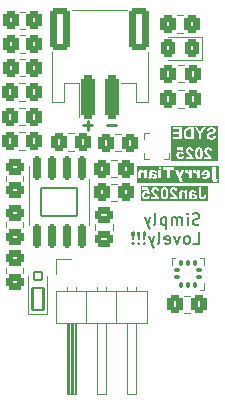
<source format=gbr>
%TF.GenerationSoftware,KiCad,Pcbnew,8.0.4*%
%TF.CreationDate,2025-01-29T23:36:48-05:00*%
%TF.ProjectId,Raidillon,52616964-696c-46c6-9f6e-2e6b69636164,rev?*%
%TF.SameCoordinates,Original*%
%TF.FileFunction,Legend,Bot*%
%TF.FilePolarity,Positive*%
%FSLAX46Y46*%
G04 Gerber Fmt 4.6, Leading zero omitted, Abs format (unit mm)*
G04 Created by KiCad (PCBNEW 8.0.4) date 2025-01-29 23:36:48*
%MOMM*%
%LPD*%
G01*
G04 APERTURE LIST*
G04 Aperture macros list*
%AMRoundRect*
0 Rectangle with rounded corners*
0 $1 Rounding radius*
0 $2 $3 $4 $5 $6 $7 $8 $9 X,Y pos of 4 corners*
0 Add a 4 corners polygon primitive as box body*
4,1,4,$2,$3,$4,$5,$6,$7,$8,$9,$2,$3,0*
0 Add four circle primitives for the rounded corners*
1,1,$1+$1,$2,$3*
1,1,$1+$1,$4,$5*
1,1,$1+$1,$6,$7*
1,1,$1+$1,$8,$9*
0 Add four rect primitives between the rounded corners*
20,1,$1+$1,$2,$3,$4,$5,0*
20,1,$1+$1,$4,$5,$6,$7,0*
20,1,$1+$1,$6,$7,$8,$9,0*
20,1,$1+$1,$8,$9,$2,$3,0*%
G04 Aperture macros list end*
%ADD10C,0.200000*%
%ADD11C,0.250000*%
%ADD12C,0.120000*%
%ADD13RoundRect,0.270833X-0.379167X-0.479167X0.379167X-0.479167X0.379167X0.479167X-0.379167X0.479167X0*%
%ADD14RoundRect,0.271277X-0.366223X-0.503723X0.366223X-0.503723X0.366223X0.503723X-0.366223X0.503723X0*%
%ADD15RoundRect,0.120000X0.480000X-0.930000X0.480000X0.930000X-0.480000X0.930000X-0.480000X-0.930000X0*%
%ADD16RoundRect,0.090000X0.360000X-0.360000X0.360000X0.360000X-0.360000X0.360000X-0.360000X-0.360000X0*%
%ADD17RoundRect,0.271277X0.366223X0.503723X-0.366223X0.503723X-0.366223X-0.503723X0.366223X-0.503723X0*%
%ADD18RoundRect,0.270833X0.379167X0.479167X-0.379167X0.479167X-0.379167X-0.479167X0.379167X-0.479167X0*%
%ADD19RoundRect,0.271277X0.503723X-0.366223X0.503723X0.366223X-0.503723X0.366223X-0.503723X-0.366223X0*%
%ADD20RoundRect,0.271739X0.353261X0.478261X-0.353261X0.478261X-0.353261X-0.478261X0.353261X-0.478261X0*%
%ADD21RoundRect,0.270833X0.479167X-0.379167X0.479167X0.379167X-0.479167X0.379167X-0.479167X-0.379167X0*%
%ADD22RoundRect,0.270833X-0.479167X0.379167X-0.479167X-0.379167X0.479167X-0.379167X0.479167X0.379167X0*%
%ADD23R,1.700000X1.700000*%
%ADD24O,1.700000X1.700000*%
%ADD25RoundRect,0.300000X-0.300000X-1.550000X0.300000X-1.550000X0.300000X1.550000X-0.300000X1.550000X0*%
%ADD26RoundRect,0.283334X-0.566666X-1.516666X0.566666X-1.516666X0.566666X1.516666X-0.566666X1.516666X0*%
%ADD27RoundRect,0.100000X-0.175000X-0.100000X0.175000X-0.100000X0.175000X0.100000X-0.175000X0.100000X0*%
%ADD28RoundRect,0.100000X-0.100000X-0.175000X0.100000X-0.175000X0.100000X0.175000X-0.100000X0.175000X0*%
%ADD29R,0.375000X0.350000*%
%ADD30R,0.350000X0.375000*%
%ADD31RoundRect,0.185000X-0.185000X0.860000X-0.185000X-0.860000X0.185000X-0.860000X0.185000X0.860000X0*%
%ADD32RoundRect,0.070000X-1.550000X1.205000X-1.550000X-1.205000X1.550000X-1.205000X1.550000X1.205000X0*%
G04 APERTURE END LIST*
D10*
G36*
X114868983Y-114470293D02*
G01*
X114914673Y-114491503D01*
X114951744Y-114512798D01*
X114984330Y-114549403D01*
X114992044Y-114586315D01*
X114976523Y-114632717D01*
X114971772Y-114637362D01*
X114924877Y-114654947D01*
X114876121Y-114641653D01*
X114874563Y-114640781D01*
X114833038Y-114613656D01*
X114823272Y-114606343D01*
X114823272Y-114451737D01*
X114868983Y-114470293D01*
G37*
G36*
X119410839Y-114225539D02*
G01*
X119453847Y-114252769D01*
X119461200Y-114260495D01*
X119487246Y-114303418D01*
X119498371Y-114352400D01*
X119499302Y-114373579D01*
X119232100Y-114373579D01*
X119236805Y-114324143D01*
X119254190Y-114276712D01*
X119265561Y-114259762D01*
X119306106Y-114227889D01*
X119357425Y-114217305D01*
X119361304Y-114217264D01*
X119410839Y-114225539D01*
G37*
G36*
X120493351Y-115203741D02*
G01*
X113537598Y-115203741D01*
X113537598Y-114365031D01*
X113648709Y-114365031D01*
X113648709Y-114780000D01*
X113896127Y-114780000D01*
X113896127Y-114395073D01*
X113900313Y-114343216D01*
X113914005Y-114295238D01*
X113915177Y-114292491D01*
X113950554Y-114256942D01*
X113997732Y-114248527D01*
X114046607Y-114258156D01*
X114050976Y-114260251D01*
X114091104Y-114288910D01*
X114092254Y-114290048D01*
X114122784Y-114324975D01*
X114148185Y-114360635D01*
X114148185Y-114780000D01*
X114395603Y-114780000D01*
X114395603Y-114610983D01*
X114479134Y-114610983D01*
X114479134Y-114745561D01*
X114525036Y-114763540D01*
X114573716Y-114779965D01*
X114579518Y-114781709D01*
X114630076Y-114792151D01*
X114681928Y-114795577D01*
X114689916Y-114795631D01*
X114739057Y-114790640D01*
X114775157Y-114772916D01*
X114803367Y-114732983D01*
X114809351Y-114717229D01*
X114848660Y-114746656D01*
X114891940Y-114770824D01*
X114898011Y-114773649D01*
X114946383Y-114788676D01*
X114997148Y-114794858D01*
X115025750Y-114795631D01*
X115074705Y-114792428D01*
X115123706Y-114780381D01*
X115124521Y-114780000D01*
X115362316Y-114780000D01*
X115610223Y-114780000D01*
X115610223Y-114076580D01*
X115362316Y-114076580D01*
X115362316Y-114780000D01*
X115124521Y-114780000D01*
X115149092Y-114768520D01*
X115189026Y-114737929D01*
X115215038Y-114700376D01*
X115230245Y-114653364D01*
X115233845Y-114615624D01*
X115228483Y-114565792D01*
X115208974Y-114517610D01*
X115201360Y-114506448D01*
X115165794Y-114469407D01*
X115123786Y-114441130D01*
X115113677Y-114435861D01*
X115067447Y-114415036D01*
X115021260Y-114397209D01*
X114973737Y-114380798D01*
X114968108Y-114378953D01*
X114920452Y-114363321D01*
X114890195Y-114353307D01*
X114850872Y-114339630D01*
X114823272Y-114326929D01*
X114829841Y-114276259D01*
X114844033Y-114246573D01*
X114888474Y-114221386D01*
X114933182Y-114217264D01*
X114982717Y-114220746D01*
X115034561Y-114232621D01*
X115083635Y-114252923D01*
X115129938Y-114279892D01*
X115169628Y-114308667D01*
X115207027Y-114341497D01*
X115210642Y-114345003D01*
X115210642Y-114155715D01*
X115169014Y-114129368D01*
X115124489Y-114107603D01*
X115111235Y-114102226D01*
X115063330Y-114086070D01*
X115013648Y-114073935D01*
X114999127Y-114071207D01*
X114947769Y-114064194D01*
X114895851Y-114061109D01*
X114880914Y-114060949D01*
X115734054Y-114060949D01*
X116083077Y-114060949D01*
X116083077Y-114780000D01*
X116369330Y-114780000D01*
X116369330Y-114076580D01*
X116753768Y-114076580D01*
X117229064Y-115092630D01*
X117479169Y-115092630D01*
X117286950Y-114683768D01*
X117547425Y-114112240D01*
X117578087Y-114112240D01*
X117669434Y-114364542D01*
X117708367Y-114334089D01*
X117754751Y-114314396D01*
X117783496Y-114311053D01*
X117832222Y-114319968D01*
X117873866Y-114346713D01*
X117904340Y-114385444D01*
X117927123Y-114428788D01*
X117947138Y-114477871D01*
X117947138Y-114780000D01*
X118194312Y-114780000D01*
X118194312Y-114112240D01*
X118267829Y-114112240D01*
X118359176Y-114364542D01*
X118398109Y-114334089D01*
X118444493Y-114314396D01*
X118473237Y-114311053D01*
X118521964Y-114319968D01*
X118563607Y-114346713D01*
X118594081Y-114385444D01*
X118616865Y-114428788D01*
X118636880Y-114477871D01*
X118636880Y-114780000D01*
X118884054Y-114780000D01*
X118884054Y-114447341D01*
X118999825Y-114447341D01*
X118999825Y-114498632D01*
X119492463Y-114498632D01*
X119473862Y-114545289D01*
X119441474Y-114584448D01*
X119421877Y-114599993D01*
X119377432Y-114623955D01*
X119328729Y-114636858D01*
X119293893Y-114639316D01*
X119237932Y-114636067D01*
X119187975Y-114628110D01*
X119136181Y-114615378D01*
X119082548Y-114597873D01*
X119036451Y-114579638D01*
X119017655Y-114571416D01*
X119017655Y-114721870D01*
X119065539Y-114743845D01*
X119112039Y-114761116D01*
X119149302Y-114772916D01*
X119201666Y-114784895D01*
X119255850Y-114791882D01*
X119309625Y-114795076D01*
X119345917Y-114795631D01*
X119400609Y-114793294D01*
X119451631Y-114786281D01*
X119505449Y-114772542D01*
X119554473Y-114752698D01*
X119565980Y-114746782D01*
X119608432Y-114720191D01*
X119649367Y-114685093D01*
X119673391Y-114656168D01*
X119913782Y-114656168D01*
X119914752Y-114709590D01*
X119917662Y-114759365D01*
X119923364Y-114811785D01*
X119932807Y-114865066D01*
X119934054Y-114870614D01*
X119949456Y-114917911D01*
X119975951Y-114965071D01*
X120008239Y-115002661D01*
X120025157Y-115017892D01*
X120070466Y-115046464D01*
X120119922Y-115064011D01*
X120170283Y-115073305D01*
X120227259Y-115076941D01*
X120235938Y-115076999D01*
X120287473Y-115074617D01*
X120339009Y-115067473D01*
X120382240Y-114842526D01*
X120333025Y-114840205D01*
X120293824Y-114836175D01*
X120246568Y-114820572D01*
X120238136Y-114814682D01*
X120210908Y-114773440D01*
X120207850Y-114762903D01*
X120202721Y-114710024D01*
X120201339Y-114657847D01*
X120201011Y-114606099D01*
X120201011Y-113826475D01*
X119913782Y-113826475D01*
X119913782Y-114656168D01*
X119673391Y-114656168D01*
X119683076Y-114644508D01*
X119701535Y-114614403D01*
X119723259Y-114565639D01*
X119737873Y-114513321D01*
X119744895Y-114463831D01*
X119746475Y-114424870D01*
X119743667Y-114373976D01*
X119735240Y-114325830D01*
X119719046Y-114274950D01*
X119701535Y-114237780D01*
X119672643Y-114194046D01*
X119636525Y-114155992D01*
X119593182Y-114123619D01*
X119565980Y-114108087D01*
X119518154Y-114087464D01*
X119465535Y-114072733D01*
X119415561Y-114064677D01*
X119361918Y-114061133D01*
X119345917Y-114060949D01*
X119293343Y-114064669D01*
X119241866Y-114075832D01*
X119191486Y-114094437D01*
X119181542Y-114099050D01*
X119139132Y-114124327D01*
X119101205Y-114157294D01*
X119067760Y-114197949D01*
X119051116Y-114223859D01*
X119028676Y-114270249D01*
X119012648Y-114322960D01*
X119003999Y-114373579D01*
X119003882Y-114374266D01*
X119000025Y-114430411D01*
X118999825Y-114447341D01*
X118884054Y-114447341D01*
X118884054Y-114076580D01*
X118636880Y-114076580D01*
X118636880Y-114246329D01*
X118614280Y-114198816D01*
X118584753Y-114156107D01*
X118554326Y-114121765D01*
X118515381Y-114089694D01*
X118467913Y-114068135D01*
X118415596Y-114060949D01*
X118365192Y-114066418D01*
X118342568Y-114073649D01*
X118296275Y-114095999D01*
X118267829Y-114112240D01*
X118194312Y-114112240D01*
X118194312Y-114076580D01*
X117947138Y-114076580D01*
X117947138Y-114246329D01*
X117924538Y-114198816D01*
X117895011Y-114156107D01*
X117864584Y-114121765D01*
X117825639Y-114089694D01*
X117778171Y-114068135D01*
X117725854Y-114060949D01*
X117675450Y-114066418D01*
X117652826Y-114073649D01*
X117606534Y-114095999D01*
X117578087Y-114112240D01*
X117547425Y-114112240D01*
X117563677Y-114076580D01*
X117297941Y-114076580D01*
X117155547Y-114420474D01*
X116994103Y-114076580D01*
X116753768Y-114076580D01*
X116369330Y-114076580D01*
X116369330Y-114060949D01*
X116718353Y-114060949D01*
X116718353Y-113826475D01*
X115734054Y-113826475D01*
X115734054Y-114060949D01*
X114880914Y-114060949D01*
X114826597Y-114063027D01*
X114777587Y-114069260D01*
X114727116Y-114081786D01*
X114678279Y-114103027D01*
X114652547Y-114120055D01*
X114615474Y-114156819D01*
X114590534Y-114200615D01*
X114577727Y-114251444D01*
X114575854Y-114282721D01*
X114575854Y-114554319D01*
X114571178Y-114604129D01*
X114570497Y-114606343D01*
X114568771Y-114611960D01*
X114542149Y-114631011D01*
X114493480Y-114617790D01*
X114479134Y-114610983D01*
X114395603Y-114610983D01*
X114395603Y-114076580D01*
X114148185Y-114076580D01*
X114148185Y-114171591D01*
X114111677Y-114136853D01*
X114071464Y-114106906D01*
X114031193Y-114085617D01*
X113981190Y-114069645D01*
X113931170Y-114062129D01*
X113900279Y-114060949D01*
X113841317Y-114065700D01*
X113790217Y-114079954D01*
X113746978Y-114103710D01*
X113703985Y-114146769D01*
X113678435Y-114191906D01*
X113660747Y-114246546D01*
X113650920Y-114310688D01*
X113648709Y-114365031D01*
X113537598Y-114365031D01*
X113537598Y-113912693D01*
X115382100Y-113912693D01*
X115394217Y-113960549D01*
X115413119Y-113984501D01*
X115456167Y-114009898D01*
X115486392Y-114014054D01*
X115534659Y-114003021D01*
X115539148Y-114000621D01*
X115574768Y-113967061D01*
X115576517Y-113964228D01*
X115590141Y-113916215D01*
X115590195Y-113912693D01*
X115577257Y-113863140D01*
X115560153Y-113841130D01*
X115517143Y-113815103D01*
X115486392Y-113810844D01*
X115437848Y-113822674D01*
X115413119Y-113841130D01*
X115386462Y-113883166D01*
X115382100Y-113912693D01*
X113537598Y-113912693D01*
X113537598Y-113699733D01*
X120493351Y-113699733D01*
X120493351Y-115203741D01*
G37*
X118827945Y-118659656D02*
X118685088Y-118707275D01*
X118685088Y-118707275D02*
X118446993Y-118707275D01*
X118446993Y-118707275D02*
X118351755Y-118659656D01*
X118351755Y-118659656D02*
X118304136Y-118612036D01*
X118304136Y-118612036D02*
X118256517Y-118516798D01*
X118256517Y-118516798D02*
X118256517Y-118421560D01*
X118256517Y-118421560D02*
X118304136Y-118326322D01*
X118304136Y-118326322D02*
X118351755Y-118278703D01*
X118351755Y-118278703D02*
X118446993Y-118231084D01*
X118446993Y-118231084D02*
X118637469Y-118183465D01*
X118637469Y-118183465D02*
X118732707Y-118135846D01*
X118732707Y-118135846D02*
X118780326Y-118088227D01*
X118780326Y-118088227D02*
X118827945Y-117992989D01*
X118827945Y-117992989D02*
X118827945Y-117897751D01*
X118827945Y-117897751D02*
X118780326Y-117802513D01*
X118780326Y-117802513D02*
X118732707Y-117754894D01*
X118732707Y-117754894D02*
X118637469Y-117707275D01*
X118637469Y-117707275D02*
X118399374Y-117707275D01*
X118399374Y-117707275D02*
X118256517Y-117754894D01*
X117827945Y-118707275D02*
X117827945Y-118040608D01*
X117827945Y-117707275D02*
X117875564Y-117754894D01*
X117875564Y-117754894D02*
X117827945Y-117802513D01*
X117827945Y-117802513D02*
X117780326Y-117754894D01*
X117780326Y-117754894D02*
X117827945Y-117707275D01*
X117827945Y-117707275D02*
X117827945Y-117802513D01*
X117351755Y-118707275D02*
X117351755Y-118040608D01*
X117351755Y-118135846D02*
X117304136Y-118088227D01*
X117304136Y-118088227D02*
X117208898Y-118040608D01*
X117208898Y-118040608D02*
X117066041Y-118040608D01*
X117066041Y-118040608D02*
X116970803Y-118088227D01*
X116970803Y-118088227D02*
X116923184Y-118183465D01*
X116923184Y-118183465D02*
X116923184Y-118707275D01*
X116923184Y-118183465D02*
X116875565Y-118088227D01*
X116875565Y-118088227D02*
X116780327Y-118040608D01*
X116780327Y-118040608D02*
X116637470Y-118040608D01*
X116637470Y-118040608D02*
X116542231Y-118088227D01*
X116542231Y-118088227D02*
X116494612Y-118183465D01*
X116494612Y-118183465D02*
X116494612Y-118707275D01*
X116018422Y-118040608D02*
X116018422Y-119040608D01*
X116018422Y-118088227D02*
X115923184Y-118040608D01*
X115923184Y-118040608D02*
X115732708Y-118040608D01*
X115732708Y-118040608D02*
X115637470Y-118088227D01*
X115637470Y-118088227D02*
X115589851Y-118135846D01*
X115589851Y-118135846D02*
X115542232Y-118231084D01*
X115542232Y-118231084D02*
X115542232Y-118516798D01*
X115542232Y-118516798D02*
X115589851Y-118612036D01*
X115589851Y-118612036D02*
X115637470Y-118659656D01*
X115637470Y-118659656D02*
X115732708Y-118707275D01*
X115732708Y-118707275D02*
X115923184Y-118707275D01*
X115923184Y-118707275D02*
X116018422Y-118659656D01*
X114970803Y-118707275D02*
X115066041Y-118659656D01*
X115066041Y-118659656D02*
X115113660Y-118564417D01*
X115113660Y-118564417D02*
X115113660Y-117707275D01*
X114685088Y-118040608D02*
X114446993Y-118707275D01*
X114208898Y-118040608D02*
X114446993Y-118707275D01*
X114446993Y-118707275D02*
X114542231Y-118945370D01*
X114542231Y-118945370D02*
X114589850Y-118992989D01*
X114589850Y-118992989D02*
X114685088Y-119040608D01*
X118304136Y-120317219D02*
X118780326Y-120317219D01*
X118780326Y-120317219D02*
X118780326Y-119317219D01*
X117827945Y-120317219D02*
X117923183Y-120269600D01*
X117923183Y-120269600D02*
X117970802Y-120221980D01*
X117970802Y-120221980D02*
X118018421Y-120126742D01*
X118018421Y-120126742D02*
X118018421Y-119841028D01*
X118018421Y-119841028D02*
X117970802Y-119745790D01*
X117970802Y-119745790D02*
X117923183Y-119698171D01*
X117923183Y-119698171D02*
X117827945Y-119650552D01*
X117827945Y-119650552D02*
X117685088Y-119650552D01*
X117685088Y-119650552D02*
X117589850Y-119698171D01*
X117589850Y-119698171D02*
X117542231Y-119745790D01*
X117542231Y-119745790D02*
X117494612Y-119841028D01*
X117494612Y-119841028D02*
X117494612Y-120126742D01*
X117494612Y-120126742D02*
X117542231Y-120221980D01*
X117542231Y-120221980D02*
X117589850Y-120269600D01*
X117589850Y-120269600D02*
X117685088Y-120317219D01*
X117685088Y-120317219D02*
X117827945Y-120317219D01*
X117161278Y-119650552D02*
X116923183Y-120317219D01*
X116923183Y-120317219D02*
X116685088Y-119650552D01*
X115923183Y-120269600D02*
X116018421Y-120317219D01*
X116018421Y-120317219D02*
X116208897Y-120317219D01*
X116208897Y-120317219D02*
X116304135Y-120269600D01*
X116304135Y-120269600D02*
X116351754Y-120174361D01*
X116351754Y-120174361D02*
X116351754Y-119793409D01*
X116351754Y-119793409D02*
X116304135Y-119698171D01*
X116304135Y-119698171D02*
X116208897Y-119650552D01*
X116208897Y-119650552D02*
X116018421Y-119650552D01*
X116018421Y-119650552D02*
X115923183Y-119698171D01*
X115923183Y-119698171D02*
X115875564Y-119793409D01*
X115875564Y-119793409D02*
X115875564Y-119888647D01*
X115875564Y-119888647D02*
X116351754Y-119983885D01*
X115304135Y-120317219D02*
X115399373Y-120269600D01*
X115399373Y-120269600D02*
X115446992Y-120174361D01*
X115446992Y-120174361D02*
X115446992Y-119317219D01*
X115018420Y-119650552D02*
X114780325Y-120317219D01*
X114542230Y-119650552D02*
X114780325Y-120317219D01*
X114780325Y-120317219D02*
X114875563Y-120555314D01*
X114875563Y-120555314D02*
X114923182Y-120602933D01*
X114923182Y-120602933D02*
X115018420Y-120650552D01*
X114161277Y-120221980D02*
X114113658Y-120269600D01*
X114113658Y-120269600D02*
X114161277Y-120317219D01*
X114161277Y-120317219D02*
X114208896Y-120269600D01*
X114208896Y-120269600D02*
X114161277Y-120221980D01*
X114161277Y-120221980D02*
X114161277Y-120317219D01*
X114161277Y-119936266D02*
X114208896Y-119364838D01*
X114208896Y-119364838D02*
X114161277Y-119317219D01*
X114161277Y-119317219D02*
X114113658Y-119364838D01*
X114113658Y-119364838D02*
X114161277Y-119936266D01*
X114161277Y-119936266D02*
X114161277Y-119317219D01*
X113685087Y-120221980D02*
X113637468Y-120269600D01*
X113637468Y-120269600D02*
X113685087Y-120317219D01*
X113685087Y-120317219D02*
X113732706Y-120269600D01*
X113732706Y-120269600D02*
X113685087Y-120221980D01*
X113685087Y-120221980D02*
X113685087Y-120317219D01*
X113685087Y-119936266D02*
X113732706Y-119364838D01*
X113732706Y-119364838D02*
X113685087Y-119317219D01*
X113685087Y-119317219D02*
X113637468Y-119364838D01*
X113637468Y-119364838D02*
X113685087Y-119936266D01*
X113685087Y-119936266D02*
X113685087Y-119317219D01*
X113208897Y-120221980D02*
X113161278Y-120269600D01*
X113161278Y-120269600D02*
X113208897Y-120317219D01*
X113208897Y-120317219D02*
X113256516Y-120269600D01*
X113256516Y-120269600D02*
X113208897Y-120221980D01*
X113208897Y-120221980D02*
X113208897Y-120317219D01*
X113208897Y-119936266D02*
X113256516Y-119364838D01*
X113256516Y-119364838D02*
X113208897Y-119317219D01*
X113208897Y-119317219D02*
X113161278Y-119364838D01*
X113161278Y-119364838D02*
X113208897Y-119936266D01*
X113208897Y-119936266D02*
X113208897Y-119317219D01*
G36*
X115921331Y-115698124D02*
G01*
X115935589Y-115707634D01*
X115965127Y-115748163D01*
X115978087Y-115785303D01*
X115987769Y-115834088D01*
X115993108Y-115882878D01*
X115996159Y-115932251D01*
X115997802Y-115988597D01*
X115998115Y-116030034D01*
X115997680Y-116081214D01*
X115996009Y-116135688D01*
X115992474Y-116189669D01*
X115986345Y-116238739D01*
X115980286Y-116266706D01*
X115962908Y-116314731D01*
X115935345Y-116352435D01*
X115890053Y-116372356D01*
X115873063Y-116373684D01*
X115824795Y-116361457D01*
X115810537Y-116351946D01*
X115780999Y-116311417D01*
X115768039Y-116274277D01*
X115758357Y-116225827D01*
X115753018Y-116177191D01*
X115749967Y-116127875D01*
X115748324Y-116071518D01*
X115748011Y-116030034D01*
X115748446Y-115978931D01*
X115750117Y-115924548D01*
X115753652Y-115870675D01*
X115759781Y-115821727D01*
X115765840Y-115793852D01*
X115783265Y-115745613D01*
X115811025Y-115707634D01*
X115856088Y-115687255D01*
X115873063Y-115685896D01*
X115921331Y-115698124D01*
G37*
G36*
X118215657Y-116198989D02*
G01*
X118265792Y-116210175D01*
X118285205Y-116214193D01*
X118333870Y-116225218D01*
X118381161Y-116241048D01*
X118390230Y-116245945D01*
X118422764Y-116283039D01*
X118428087Y-116310425D01*
X118413773Y-116358523D01*
X118397801Y-116377103D01*
X118353551Y-116401032D01*
X118320865Y-116404947D01*
X118269818Y-116396826D01*
X118224180Y-116374461D01*
X118221214Y-116372463D01*
X118186905Y-116337124D01*
X118175296Y-116311891D01*
X118168619Y-116262814D01*
X118167725Y-116222498D01*
X118167725Y-116186106D01*
X118215657Y-116198989D01*
G37*
G36*
X119537175Y-116656742D02*
G01*
X113850996Y-116656742D01*
X113850996Y-116192212D01*
X113962107Y-116192212D01*
X113965555Y-116245019D01*
X113975898Y-116295301D01*
X113993137Y-116343059D01*
X114017272Y-116388293D01*
X114034159Y-116413007D01*
X114066708Y-116451214D01*
X114110695Y-116488515D01*
X114160056Y-116516490D01*
X114214794Y-116535140D01*
X114264514Y-116543559D01*
X114306978Y-116545631D01*
X114357465Y-116542712D01*
X114411786Y-116531926D01*
X114461175Y-116513193D01*
X114505632Y-116486512D01*
X114534368Y-116462588D01*
X114569447Y-116423522D01*
X114597747Y-116378987D01*
X114619269Y-116328981D01*
X114632320Y-116281766D01*
X114639392Y-116239351D01*
X114447173Y-116217369D01*
X114436411Y-116267217D01*
X114414520Y-116311762D01*
X114398325Y-116331674D01*
X114357631Y-116361828D01*
X114308309Y-116373643D01*
X114305024Y-116373684D01*
X114255623Y-116365269D01*
X114213421Y-116340024D01*
X114202686Y-116329720D01*
X114175486Y-116286425D01*
X114163302Y-116238267D01*
X114160676Y-116196608D01*
X114165583Y-116144144D01*
X114184032Y-116094942D01*
X114202198Y-116071556D01*
X114243344Y-116043005D01*
X114294121Y-116030443D01*
X114310397Y-116029790D01*
X114360629Y-116037423D01*
X114407522Y-116060321D01*
X114446870Y-116093980D01*
X114459385Y-116107948D01*
X114615945Y-116083768D01*
X114564066Y-115793119D01*
X114768841Y-115793119D01*
X114772276Y-115842967D01*
X114782580Y-115891030D01*
X114793265Y-115922079D01*
X114815568Y-115968733D01*
X114843012Y-116013008D01*
X114870446Y-116050307D01*
X114904724Y-116089141D01*
X114940801Y-116125480D01*
X114980330Y-116162971D01*
X114996964Y-116178290D01*
X115033726Y-116212063D01*
X115071580Y-116247655D01*
X115107567Y-116283512D01*
X115112735Y-116289176D01*
X115143050Y-116327742D01*
X115152302Y-116342421D01*
X114768841Y-116342421D01*
X114768841Y-116530000D01*
X115445638Y-116530000D01*
X115437395Y-116480235D01*
X115423656Y-116431814D01*
X115404422Y-116384736D01*
X115379692Y-116339002D01*
X115350519Y-116296648D01*
X115317346Y-116255861D01*
X115283943Y-116218711D01*
X115245304Y-116178686D01*
X115201430Y-116135788D01*
X115162561Y-116099399D01*
X115124195Y-116063597D01*
X115089234Y-116030034D01*
X115546266Y-116030034D01*
X115547135Y-116082382D01*
X115549744Y-116131895D01*
X115555926Y-116193505D01*
X115565200Y-116250078D01*
X115577564Y-116301613D01*
X115593020Y-116348111D01*
X115616687Y-116399149D01*
X115645184Y-116442316D01*
X115684055Y-116482573D01*
X115729073Y-116512942D01*
X115780239Y-116533423D01*
X115828988Y-116543109D01*
X115873063Y-116545631D01*
X115926200Y-116541647D01*
X115975336Y-116529694D01*
X116020470Y-116509773D01*
X116061603Y-116481884D01*
X116098735Y-116446026D01*
X116110223Y-116432302D01*
X116140768Y-116383562D01*
X116161396Y-116333407D01*
X116177634Y-116274583D01*
X116187465Y-116221280D01*
X116194487Y-116162429D01*
X116198700Y-116098029D01*
X116200016Y-116046088D01*
X116200104Y-116028080D01*
X116199235Y-115975995D01*
X116196627Y-115926718D01*
X116190444Y-115865382D01*
X116181171Y-115809039D01*
X116177338Y-115793119D01*
X116326133Y-115793119D01*
X116329568Y-115842967D01*
X116339872Y-115891030D01*
X116350558Y-115922079D01*
X116372860Y-115968733D01*
X116400304Y-116013008D01*
X116427739Y-116050307D01*
X116462016Y-116089141D01*
X116498093Y-116125480D01*
X116537623Y-116162971D01*
X116554256Y-116178290D01*
X116591018Y-116212063D01*
X116628872Y-116247655D01*
X116664860Y-116283512D01*
X116670027Y-116289176D01*
X116700343Y-116327742D01*
X116709595Y-116342421D01*
X116326133Y-116342421D01*
X116326133Y-116530000D01*
X117002930Y-116530000D01*
X116994687Y-116480235D01*
X116980949Y-116431814D01*
X116961714Y-116384736D01*
X116936985Y-116339002D01*
X116907811Y-116296648D01*
X116874638Y-116255861D01*
X116841235Y-116218711D01*
X116802596Y-116178686D01*
X116758722Y-116135788D01*
X116719853Y-116099399D01*
X116692633Y-116073998D01*
X117128227Y-116073998D01*
X117128227Y-116530000D01*
X117321179Y-116530000D01*
X117321179Y-116150690D01*
X117321957Y-116095797D01*
X117324694Y-116046741D01*
X117332869Y-115997160D01*
X117333635Y-115994863D01*
X117359265Y-115952156D01*
X117373691Y-115939909D01*
X117419520Y-115921915D01*
X117440614Y-115920369D01*
X117491108Y-115928297D01*
X117530739Y-115948457D01*
X117566008Y-115983280D01*
X117585450Y-116022707D01*
X117594938Y-116073153D01*
X117598673Y-116123237D01*
X117600047Y-116178169D01*
X117600104Y-116193433D01*
X117600104Y-116530000D01*
X117793056Y-116530000D01*
X117936427Y-116530000D01*
X118127180Y-116530000D01*
X118142392Y-116482292D01*
X118145743Y-116470404D01*
X118152581Y-116446713D01*
X118190729Y-116480395D01*
X118234226Y-116508978D01*
X118258583Y-116520963D01*
X118305516Y-116536934D01*
X118355028Y-116544764D01*
X118378750Y-116545631D01*
X118432072Y-116541754D01*
X118484942Y-116528122D01*
X118530277Y-116504676D01*
X118556315Y-116483593D01*
X118587721Y-116446089D01*
X118610561Y-116398299D01*
X118620268Y-116349783D01*
X118621284Y-116326545D01*
X118616406Y-116277802D01*
X118600244Y-116230357D01*
X118591730Y-116214682D01*
X118561336Y-116175953D01*
X118535038Y-116156064D01*
X118781507Y-116156064D01*
X118782559Y-116208408D01*
X118786337Y-116261390D01*
X118793872Y-116312272D01*
X118803489Y-116349748D01*
X118823919Y-116396857D01*
X118851960Y-116438440D01*
X118887614Y-116474497D01*
X118910711Y-116492142D01*
X118958303Y-116517998D01*
X119007159Y-116533878D01*
X119062182Y-116543072D01*
X119115387Y-116545631D01*
X119168928Y-116542703D01*
X119217625Y-116533919D01*
X119268319Y-116516269D01*
X119312420Y-116490649D01*
X119344975Y-116462344D01*
X119376321Y-116422071D01*
X119400046Y-116374341D01*
X119414317Y-116327495D01*
X119422990Y-116275171D01*
X119426064Y-116217369D01*
X119234333Y-116201737D01*
X119229789Y-116253839D01*
X119217661Y-116303286D01*
X119208932Y-116320928D01*
X119173489Y-116356992D01*
X119124863Y-116372860D01*
X119108548Y-116373684D01*
X119059950Y-116367235D01*
X119018177Y-116341589D01*
X119012561Y-116334605D01*
X118994217Y-116288748D01*
X118986470Y-116234547D01*
X118984256Y-116179337D01*
X118984228Y-116171695D01*
X118984228Y-115513949D01*
X118781507Y-115513949D01*
X118781507Y-116156064D01*
X118535038Y-116156064D01*
X118521873Y-116146107D01*
X118508932Y-116139211D01*
X118462369Y-116120538D01*
X118413440Y-116106394D01*
X118361531Y-116094765D01*
X118355303Y-116093538D01*
X118300078Y-116082386D01*
X118246696Y-116070071D01*
X118199049Y-116056764D01*
X118167725Y-116045422D01*
X118167725Y-116025638D01*
X118174624Y-115976912D01*
X118195324Y-115944549D01*
X118241555Y-115924998D01*
X118294168Y-115920393D01*
X118298883Y-115920369D01*
X118349750Y-115926938D01*
X118379483Y-115941130D01*
X118411216Y-115979388D01*
X118426133Y-116014159D01*
X118601256Y-115982896D01*
X118583823Y-115934474D01*
X118557861Y-115888029D01*
X118525176Y-115850085D01*
X118499651Y-115829511D01*
X118453459Y-115805425D01*
X118403122Y-115790633D01*
X118351914Y-115782800D01*
X118302701Y-115779880D01*
X118285205Y-115779685D01*
X118231846Y-115781158D01*
X118178620Y-115786447D01*
X118128630Y-115796996D01*
X118092986Y-115810460D01*
X118050831Y-115835877D01*
X118015021Y-115871433D01*
X118004082Y-115888618D01*
X117988305Y-115935135D01*
X117981251Y-115984673D01*
X117978420Y-116039250D01*
X117978192Y-116062274D01*
X117979746Y-116222498D01*
X117980390Y-116288932D01*
X117979656Y-116339318D01*
X117976765Y-116389987D01*
X117971109Y-116431570D01*
X117957798Y-116479136D01*
X117937998Y-116526724D01*
X117936427Y-116530000D01*
X117793056Y-116530000D01*
X117793056Y-115795317D01*
X117613782Y-115795317D01*
X117613782Y-115902540D01*
X117576235Y-115860788D01*
X117535220Y-115827675D01*
X117490735Y-115803201D01*
X117442781Y-115787364D01*
X117391359Y-115780165D01*
X117373447Y-115779685D01*
X117323308Y-115783515D01*
X117273459Y-115796204D01*
X117256699Y-115802889D01*
X117212699Y-115827432D01*
X117176587Y-115861995D01*
X117151342Y-115905478D01*
X117138974Y-115943572D01*
X117131260Y-115994856D01*
X117128489Y-116048403D01*
X117128227Y-116073998D01*
X116692633Y-116073998D01*
X116681487Y-116063597D01*
X116641966Y-116025655D01*
X116604843Y-115988314D01*
X116571334Y-115951260D01*
X116559630Y-115936001D01*
X116535369Y-115891694D01*
X116521723Y-115844159D01*
X116519818Y-115818764D01*
X116526457Y-115768428D01*
X116550301Y-115724755D01*
X116554501Y-115720334D01*
X116598795Y-115693463D01*
X116650244Y-115685896D01*
X116701556Y-115693839D01*
X116744222Y-115719820D01*
X116746475Y-115722044D01*
X116773305Y-115766452D01*
X116785264Y-115817124D01*
X116787752Y-115842212D01*
X116980216Y-115823161D01*
X116973078Y-115773772D01*
X116959775Y-115720535D01*
X116941302Y-115673875D01*
X116913217Y-115627751D01*
X116878096Y-115590580D01*
X116872505Y-115586001D01*
X116830592Y-115557926D01*
X116784355Y-115536747D01*
X116733794Y-115522463D01*
X116678908Y-115515075D01*
X116645603Y-115513949D01*
X116591974Y-115516766D01*
X116542827Y-115525215D01*
X116491153Y-115542192D01*
X116445581Y-115566835D01*
X116411374Y-115594061D01*
X116378160Y-115630885D01*
X116350191Y-115677577D01*
X116332876Y-115729185D01*
X116326466Y-115778374D01*
X116326133Y-115793119D01*
X116177338Y-115793119D01*
X116168806Y-115757686D01*
X116153350Y-115711326D01*
X116129683Y-115660395D01*
X116101186Y-115617264D01*
X116062304Y-115577008D01*
X116017250Y-115546639D01*
X115966026Y-115526157D01*
X115917208Y-115516472D01*
X115873063Y-115513949D01*
X115820524Y-115517633D01*
X115772450Y-115528684D01*
X115722007Y-115550888D01*
X115677642Y-115583121D01*
X115644452Y-115618729D01*
X115616166Y-115661486D01*
X115592674Y-115712210D01*
X115573977Y-115770899D01*
X115562471Y-115823587D01*
X115554033Y-115881374D01*
X115548663Y-115944258D01*
X115546650Y-115994768D01*
X115546266Y-116030034D01*
X115089234Y-116030034D01*
X115084673Y-116025655D01*
X115047551Y-115988314D01*
X115014041Y-115951260D01*
X115002337Y-115936001D01*
X114978077Y-115891694D01*
X114964431Y-115844159D01*
X114962526Y-115818764D01*
X114969164Y-115768428D01*
X114993008Y-115724755D01*
X114997208Y-115720334D01*
X115041503Y-115693463D01*
X115092951Y-115685896D01*
X115144264Y-115693839D01*
X115186930Y-115719820D01*
X115189183Y-115722044D01*
X115216013Y-115766452D01*
X115227971Y-115817124D01*
X115230460Y-115842212D01*
X115422923Y-115823161D01*
X115415786Y-115773772D01*
X115402482Y-115720535D01*
X115384009Y-115673875D01*
X115355925Y-115627751D01*
X115320804Y-115590580D01*
X115315212Y-115586001D01*
X115273300Y-115557926D01*
X115227063Y-115536747D01*
X115176501Y-115522463D01*
X115121616Y-115515075D01*
X115088311Y-115513949D01*
X115034681Y-115516766D01*
X114985534Y-115525215D01*
X114933861Y-115542192D01*
X114888288Y-115566835D01*
X114854082Y-115594061D01*
X114820868Y-115630885D01*
X114792898Y-115677577D01*
X114775584Y-115729185D01*
X114769174Y-115778374D01*
X114768841Y-115793119D01*
X114564066Y-115793119D01*
X114517027Y-115529581D01*
X114006803Y-115529581D01*
X114006803Y-115717159D01*
X114370725Y-115717159D01*
X114401011Y-115893503D01*
X114356335Y-115873200D01*
X114306807Y-115860664D01*
X114269120Y-115857843D01*
X114214796Y-115862296D01*
X114164234Y-115875655D01*
X114117436Y-115897919D01*
X114074401Y-115929090D01*
X114051500Y-115950900D01*
X114016668Y-115994170D01*
X113990391Y-116042769D01*
X113972670Y-116096698D01*
X113964289Y-116147165D01*
X113962107Y-116192212D01*
X113850996Y-116192212D01*
X113850996Y-115402838D01*
X119537175Y-115402838D01*
X119537175Y-116656742D01*
G37*
D11*
X111747431Y-110283666D02*
X110985527Y-110283666D01*
X109747431Y-110283666D02*
X108985527Y-110283666D01*
X109366479Y-110664619D02*
X109366479Y-109902714D01*
D10*
G36*
X118840766Y-112323124D02*
G01*
X118855024Y-112332634D01*
X118884562Y-112373163D01*
X118897522Y-112410303D01*
X118907203Y-112459088D01*
X118912543Y-112507878D01*
X118915594Y-112557251D01*
X118917237Y-112613597D01*
X118917550Y-112655034D01*
X118917114Y-112706214D01*
X118915443Y-112760688D01*
X118911908Y-112814669D01*
X118905779Y-112863739D01*
X118899720Y-112891706D01*
X118882342Y-112939731D01*
X118854779Y-112977435D01*
X118809488Y-112997356D01*
X118792497Y-112998684D01*
X118744229Y-112986457D01*
X118729971Y-112976946D01*
X118700433Y-112936417D01*
X118687473Y-112899277D01*
X118677791Y-112850827D01*
X118672452Y-112802191D01*
X118669401Y-112752875D01*
X118667758Y-112696518D01*
X118667445Y-112655034D01*
X118667880Y-112603931D01*
X118669552Y-112549548D01*
X118673086Y-112495675D01*
X118679215Y-112446727D01*
X118685275Y-112418852D01*
X118702699Y-112370613D01*
X118730460Y-112332634D01*
X118775522Y-112312255D01*
X118792497Y-112310896D01*
X118840766Y-112323124D01*
G37*
G36*
X118133530Y-111303053D02*
G01*
X117981855Y-111303053D01*
X117928851Y-111301898D01*
X117877587Y-111297090D01*
X117858757Y-111293283D01*
X117811092Y-111275223D01*
X117776935Y-111251273D01*
X117747260Y-111211889D01*
X117727644Y-111165772D01*
X117723690Y-111153332D01*
X117711871Y-111100485D01*
X117705849Y-111048574D01*
X117703254Y-110995879D01*
X117702930Y-110967219D01*
X117704227Y-110911882D01*
X117708789Y-110857767D01*
X117717709Y-110807745D01*
X117723690Y-110786723D01*
X117743101Y-110740119D01*
X117772310Y-110697765D01*
X117781332Y-110688538D01*
X117823280Y-110658862D01*
X117871813Y-110641467D01*
X117875365Y-110640666D01*
X117928212Y-110633987D01*
X117978725Y-110631669D01*
X118034493Y-110630906D01*
X118042183Y-110630896D01*
X118133530Y-110630896D01*
X118133530Y-111303053D01*
G37*
G36*
X120364913Y-113281742D02*
G01*
X116449006Y-113281742D01*
X116449006Y-112817212D01*
X116881541Y-112817212D01*
X116884989Y-112870019D01*
X116895332Y-112920301D01*
X116912571Y-112968059D01*
X116936706Y-113013293D01*
X116953593Y-113038007D01*
X116986142Y-113076214D01*
X117030129Y-113113515D01*
X117079491Y-113141490D01*
X117134228Y-113160140D01*
X117183948Y-113168559D01*
X117226412Y-113170631D01*
X117276899Y-113167712D01*
X117331220Y-113156926D01*
X117380610Y-113138193D01*
X117425067Y-113111512D01*
X117453802Y-113087588D01*
X117488881Y-113048522D01*
X117517181Y-113003987D01*
X117538703Y-112953981D01*
X117551755Y-112906766D01*
X117558827Y-112864351D01*
X117366608Y-112842369D01*
X117355846Y-112892217D01*
X117333954Y-112936762D01*
X117317759Y-112956674D01*
X117277065Y-112986828D01*
X117227744Y-112998643D01*
X117224458Y-112998684D01*
X117175057Y-112990269D01*
X117132856Y-112965024D01*
X117122121Y-112954720D01*
X117094921Y-112911425D01*
X117082736Y-112863267D01*
X117080111Y-112821608D01*
X117085017Y-112769144D01*
X117103466Y-112719942D01*
X117121632Y-112696556D01*
X117162778Y-112668005D01*
X117213555Y-112655443D01*
X117229832Y-112654790D01*
X117280064Y-112662423D01*
X117326956Y-112685321D01*
X117366305Y-112718980D01*
X117378820Y-112732948D01*
X117535379Y-112708768D01*
X117483500Y-112418119D01*
X117688275Y-112418119D01*
X117691710Y-112467967D01*
X117702014Y-112516030D01*
X117712700Y-112547079D01*
X117735002Y-112593733D01*
X117762446Y-112638008D01*
X117789880Y-112675307D01*
X117824158Y-112714141D01*
X117860235Y-112750480D01*
X117899764Y-112787971D01*
X117916398Y-112803290D01*
X117953160Y-112837063D01*
X117991014Y-112872655D01*
X118027002Y-112908512D01*
X118032169Y-112914176D01*
X118062485Y-112952742D01*
X118071737Y-112967421D01*
X117688275Y-112967421D01*
X117688275Y-113155000D01*
X118365072Y-113155000D01*
X118356829Y-113105235D01*
X118343091Y-113056814D01*
X118323856Y-113009736D01*
X118299127Y-112964002D01*
X118269953Y-112921648D01*
X118236780Y-112880861D01*
X118203377Y-112843711D01*
X118164738Y-112803686D01*
X118120864Y-112760788D01*
X118081995Y-112724399D01*
X118043629Y-112688597D01*
X118008669Y-112655034D01*
X118465700Y-112655034D01*
X118466570Y-112707382D01*
X118469178Y-112756895D01*
X118475360Y-112818505D01*
X118484634Y-112875078D01*
X118496999Y-112926613D01*
X118512455Y-112973111D01*
X118536122Y-113024149D01*
X118564619Y-113067316D01*
X118603489Y-113107573D01*
X118648508Y-113137942D01*
X118699673Y-113158423D01*
X118748423Y-113168109D01*
X118792497Y-113170631D01*
X118845634Y-113166647D01*
X118894770Y-113154694D01*
X118939905Y-113134773D01*
X118981038Y-113106884D01*
X119018169Y-113071026D01*
X119029657Y-113057302D01*
X119060203Y-113008562D01*
X119080830Y-112958407D01*
X119097068Y-112899583D01*
X119106899Y-112846280D01*
X119113921Y-112787429D01*
X119118134Y-112723029D01*
X119119451Y-112671088D01*
X119119539Y-112653080D01*
X119118669Y-112600995D01*
X119116061Y-112551718D01*
X119109879Y-112490382D01*
X119100605Y-112434039D01*
X119096772Y-112418119D01*
X119245568Y-112418119D01*
X119249003Y-112467967D01*
X119259307Y-112516030D01*
X119269992Y-112547079D01*
X119292295Y-112593733D01*
X119319738Y-112638008D01*
X119347173Y-112675307D01*
X119381451Y-112714141D01*
X119417528Y-112750480D01*
X119457057Y-112787971D01*
X119473691Y-112803290D01*
X119510453Y-112837063D01*
X119548307Y-112872655D01*
X119584294Y-112908512D01*
X119589462Y-112914176D01*
X119619777Y-112952742D01*
X119629029Y-112967421D01*
X119245568Y-112967421D01*
X119245568Y-113155000D01*
X119922365Y-113155000D01*
X119914122Y-113105235D01*
X119900383Y-113056814D01*
X119881149Y-113009736D01*
X119856419Y-112964002D01*
X119827246Y-112921648D01*
X119794073Y-112880861D01*
X119760669Y-112843711D01*
X119722031Y-112803686D01*
X119678156Y-112760788D01*
X119639287Y-112724399D01*
X119600922Y-112688597D01*
X119561400Y-112650655D01*
X119524278Y-112613314D01*
X119490768Y-112576260D01*
X119479064Y-112561001D01*
X119454804Y-112516694D01*
X119441157Y-112469159D01*
X119439252Y-112443764D01*
X119445891Y-112393428D01*
X119469735Y-112349755D01*
X119473935Y-112345334D01*
X119518230Y-112318463D01*
X119569678Y-112310896D01*
X119620991Y-112318839D01*
X119663657Y-112344820D01*
X119665910Y-112347044D01*
X119692740Y-112391452D01*
X119704698Y-112442124D01*
X119707187Y-112467212D01*
X119899650Y-112448161D01*
X119892513Y-112398772D01*
X119879209Y-112345535D01*
X119860736Y-112298875D01*
X119832651Y-112252751D01*
X119797531Y-112215580D01*
X119791939Y-112211001D01*
X119750026Y-112182926D01*
X119703789Y-112161747D01*
X119653228Y-112147463D01*
X119598342Y-112140075D01*
X119565037Y-112138949D01*
X119511408Y-112141766D01*
X119462261Y-112150215D01*
X119410588Y-112167192D01*
X119365015Y-112191835D01*
X119330809Y-112219061D01*
X119297595Y-112255885D01*
X119269625Y-112302577D01*
X119252311Y-112354185D01*
X119245901Y-112403374D01*
X119245568Y-112418119D01*
X119096772Y-112418119D01*
X119088240Y-112382686D01*
X119072784Y-112336326D01*
X119049117Y-112285395D01*
X119020620Y-112242264D01*
X118981738Y-112202008D01*
X118936685Y-112171639D01*
X118885460Y-112151157D01*
X118836642Y-112141472D01*
X118792497Y-112138949D01*
X118739958Y-112142633D01*
X118691885Y-112153684D01*
X118641442Y-112175888D01*
X118597076Y-112208121D01*
X118563886Y-112243729D01*
X118535600Y-112286486D01*
X118512108Y-112337210D01*
X118493411Y-112395899D01*
X118481905Y-112448587D01*
X118473467Y-112506374D01*
X118468098Y-112569258D01*
X118466084Y-112619768D01*
X118465700Y-112655034D01*
X118008669Y-112655034D01*
X118004108Y-112650655D01*
X117966985Y-112613314D01*
X117933476Y-112576260D01*
X117921772Y-112561001D01*
X117897511Y-112516694D01*
X117883865Y-112469159D01*
X117881960Y-112443764D01*
X117888598Y-112393428D01*
X117912443Y-112349755D01*
X117916643Y-112345334D01*
X117960937Y-112318463D01*
X118012386Y-112310896D01*
X118063698Y-112318839D01*
X118106364Y-112344820D01*
X118108617Y-112347044D01*
X118135447Y-112391452D01*
X118147405Y-112442124D01*
X118149894Y-112467212D01*
X118342358Y-112448161D01*
X118335220Y-112398772D01*
X118321917Y-112345535D01*
X118303444Y-112298875D01*
X118275359Y-112252751D01*
X118240238Y-112215580D01*
X118234647Y-112211001D01*
X118192734Y-112182926D01*
X118146497Y-112161747D01*
X118095936Y-112147463D01*
X118041050Y-112140075D01*
X118007745Y-112138949D01*
X117954116Y-112141766D01*
X117904968Y-112150215D01*
X117853295Y-112167192D01*
X117807723Y-112191835D01*
X117773516Y-112219061D01*
X117740302Y-112255885D01*
X117712333Y-112302577D01*
X117695018Y-112354185D01*
X117688608Y-112403374D01*
X117688275Y-112418119D01*
X117483500Y-112418119D01*
X117436461Y-112154581D01*
X116926238Y-112154581D01*
X116926238Y-112342159D01*
X117290160Y-112342159D01*
X117320446Y-112518503D01*
X117275769Y-112498200D01*
X117226241Y-112485664D01*
X117188555Y-112482843D01*
X117134230Y-112487296D01*
X117083669Y-112500655D01*
X117036870Y-112522919D01*
X116993836Y-112554090D01*
X116970934Y-112575900D01*
X116936102Y-112619170D01*
X116909826Y-112667769D01*
X116892104Y-112721698D01*
X116883724Y-112772165D01*
X116881541Y-112817212D01*
X116449006Y-112817212D01*
X116449006Y-111303053D01*
X116560117Y-111303053D01*
X116560117Y-111475000D01*
X117326063Y-111475000D01*
X117326063Y-110976744D01*
X117492637Y-110976744D01*
X117494121Y-111029913D01*
X117498574Y-111079787D01*
X117507298Y-111132749D01*
X117519899Y-111181407D01*
X117523655Y-111192899D01*
X117541666Y-111239390D01*
X117566056Y-111287571D01*
X117594506Y-111330470D01*
X117627017Y-111368087D01*
X117631367Y-111372418D01*
X117672162Y-111405471D01*
X117716813Y-111430811D01*
X117763157Y-111449783D01*
X117774249Y-111453506D01*
X117825933Y-111465743D01*
X117876163Y-111471977D01*
X117926813Y-111474664D01*
X117954256Y-111475000D01*
X118336984Y-111475000D01*
X118336984Y-110458949D01*
X118431750Y-110458949D01*
X118802023Y-111048796D01*
X118802023Y-111475000D01*
X119004744Y-111475000D01*
X119004744Y-111178000D01*
X119434856Y-111178000D01*
X119439555Y-111231271D01*
X119453651Y-111282395D01*
X119477145Y-111331372D01*
X119482972Y-111340910D01*
X119513186Y-111380546D01*
X119549699Y-111414000D01*
X119592509Y-111441271D01*
X119619015Y-111453750D01*
X119665680Y-111469886D01*
X119717750Y-111481411D01*
X119767744Y-111487714D01*
X119821875Y-111490487D01*
X119838101Y-111490631D01*
X119895623Y-111488490D01*
X119948816Y-111482068D01*
X119997680Y-111471365D01*
X120050603Y-111452869D01*
X120097291Y-111428208D01*
X120131436Y-111402948D01*
X120166919Y-111367150D01*
X120196615Y-111325702D01*
X120220523Y-111278604D01*
X120238644Y-111225857D01*
X120249323Y-111177584D01*
X120253802Y-111146737D01*
X120055965Y-111131106D01*
X120043038Y-111181453D01*
X120021877Y-111227879D01*
X119990335Y-111267376D01*
X119983669Y-111273255D01*
X119941554Y-111299119D01*
X119890434Y-111314248D01*
X119836147Y-111318684D01*
X119784743Y-111315458D01*
X119736600Y-111304305D01*
X119691297Y-111280405D01*
X119688136Y-111277896D01*
X119654075Y-111239374D01*
X119638748Y-111192290D01*
X119638310Y-111182152D01*
X119651130Y-111133608D01*
X119659315Y-111122313D01*
X119700243Y-111092670D01*
X119732344Y-111079326D01*
X119781197Y-111064380D01*
X119831019Y-111050722D01*
X119879734Y-111037910D01*
X119895253Y-111033897D01*
X119943936Y-111020404D01*
X119996075Y-111003047D01*
X120041361Y-110984420D01*
X120085534Y-110961082D01*
X120124598Y-110932292D01*
X120160762Y-110893769D01*
X120188043Y-110851716D01*
X120206443Y-110806133D01*
X120215960Y-110757021D01*
X120217410Y-110727372D01*
X120212273Y-110675158D01*
X120196861Y-110625310D01*
X120173935Y-110582048D01*
X120142865Y-110542783D01*
X120104306Y-110509862D01*
X120058258Y-110483287D01*
X120048150Y-110478733D01*
X119999184Y-110461613D01*
X119951183Y-110451099D01*
X119898968Y-110445012D01*
X119849824Y-110443318D01*
X119792885Y-110445399D01*
X119740526Y-110451642D01*
X119692746Y-110462047D01*
X119641455Y-110480028D01*
X119596758Y-110504002D01*
X119564549Y-110528558D01*
X119526914Y-110568574D01*
X119497997Y-110614037D01*
X119477800Y-110664945D01*
X119467427Y-110712916D01*
X119463676Y-110755949D01*
X119667131Y-110755949D01*
X119681064Y-110705654D01*
X119707998Y-110661996D01*
X119723062Y-110648237D01*
X119768904Y-110625697D01*
X119821294Y-110616424D01*
X119852023Y-110615265D01*
X119903562Y-110618747D01*
X119951659Y-110630622D01*
X119990752Y-110650924D01*
X120020442Y-110692003D01*
X120022992Y-110712473D01*
X120005957Y-110759231D01*
X119992706Y-110772313D01*
X119948456Y-110796779D01*
X119901745Y-110813815D01*
X119849577Y-110829197D01*
X119805861Y-110840457D01*
X119752895Y-110854064D01*
X119705374Y-110867774D01*
X119656813Y-110883899D01*
X119610387Y-110902500D01*
X119586286Y-110914218D01*
X119544894Y-110940422D01*
X119506359Y-110975472D01*
X119475156Y-111017044D01*
X119452212Y-111065486D01*
X119439618Y-111115784D01*
X119435013Y-111166152D01*
X119434856Y-111178000D01*
X119004744Y-111178000D01*
X119004744Y-111047330D01*
X119373551Y-110458949D01*
X119135170Y-110458949D01*
X118898254Y-110866346D01*
X118666223Y-110458949D01*
X118431750Y-110458949D01*
X118336984Y-110458949D01*
X117965247Y-110458949D01*
X117913079Y-110459873D01*
X117860471Y-110463189D01*
X117810229Y-110469803D01*
X117773516Y-110478244D01*
X117725772Y-110496328D01*
X117682008Y-110520903D01*
X117642224Y-110551970D01*
X117621841Y-110572034D01*
X117588654Y-110612211D01*
X117560258Y-110657179D01*
X117536653Y-110706939D01*
X117525609Y-110736653D01*
X117511184Y-110788112D01*
X117501942Y-110837822D01*
X117495857Y-110891903D01*
X117493152Y-110941737D01*
X117492777Y-110967219D01*
X117492637Y-110976744D01*
X117326063Y-110976744D01*
X117326063Y-110458949D01*
X116579413Y-110458949D01*
X116579413Y-110630896D01*
X117122609Y-110630896D01*
X117122609Y-110849738D01*
X116617026Y-110849738D01*
X116617026Y-111021685D01*
X117122609Y-111021685D01*
X117122609Y-111303053D01*
X116560117Y-111303053D01*
X116449006Y-111303053D01*
X116449006Y-110332207D01*
X120364913Y-110332207D01*
X120364913Y-113281742D01*
G37*
D12*
%TO.C,R8*%
X104077064Y-102665000D02*
X103622936Y-102665000D01*
X104077064Y-104135000D02*
X103622936Y-104135000D01*
%TO.C,C1*%
X117511252Y-107325000D02*
X116988748Y-107325000D01*
X117511252Y-108795000D02*
X116988748Y-108795000D01*
%TO.C,R7*%
X104077064Y-104665000D02*
X103622936Y-104665000D01*
X104077064Y-106135000D02*
X103622936Y-106135000D01*
%TO.C,C9*%
X118041252Y-124715000D02*
X117518748Y-124715000D01*
X118041252Y-126185000D02*
X117518748Y-126185000D01*
%TO.C,D1*%
X104340000Y-123000000D02*
X104340000Y-126240000D01*
X104340000Y-126240000D02*
X105960000Y-126240000D01*
X105960000Y-123000000D02*
X105960000Y-126240000D01*
%TO.C,C10*%
X111688748Y-111015000D02*
X112211252Y-111015000D01*
X111688748Y-112485000D02*
X112211252Y-112485000D01*
%TO.C,R1*%
X116972936Y-100965000D02*
X117427064Y-100965000D01*
X116972936Y-102435000D02*
X117427064Y-102435000D01*
%TO.C,C8*%
X110015000Y-118638748D02*
X110015000Y-119161252D01*
X111485000Y-118638748D02*
X111485000Y-119161252D01*
%TO.C,C4*%
X103544224Y-108811000D02*
X104066728Y-108811000D01*
X103544224Y-110281000D02*
X104066728Y-110281000D01*
%TO.C,C5*%
X103538748Y-110865000D02*
X104061252Y-110865000D01*
X103538748Y-112335000D02*
X104061252Y-112335000D01*
%TO.C,D2*%
X116200000Y-104710000D02*
X119060000Y-104710000D01*
X119060000Y-102790000D02*
X116200000Y-102790000D01*
X119060000Y-104710000D02*
X119060000Y-102790000D01*
%TO.C,C3*%
X103538748Y-106715000D02*
X104061252Y-106715000D01*
X103538748Y-108185000D02*
X104061252Y-108185000D01*
%TO.C,R5*%
X111827064Y-113215000D02*
X111372936Y-113215000D01*
X111827064Y-114685000D02*
X111372936Y-114685000D01*
%TO.C,C2*%
X117511252Y-105165000D02*
X116988748Y-105165000D01*
X117511252Y-106635000D02*
X116988748Y-106635000D01*
%TO.C,R9*%
X104077064Y-100665000D02*
X103622936Y-100665000D01*
X104077064Y-102135000D02*
X103622936Y-102135000D01*
%TO.C,R2*%
X102465000Y-118472936D02*
X102465000Y-118927064D01*
X103935000Y-118472936D02*
X103935000Y-118927064D01*
%TO.C,R6*%
X102465000Y-122777064D02*
X102465000Y-122322936D01*
X103935000Y-122777064D02*
X103935000Y-122322936D01*
%TO.C,J2*%
X106670000Y-124340000D02*
X106670000Y-127000000D01*
X106670000Y-127000000D02*
X114410000Y-127000000D01*
X106730000Y-121630000D02*
X108000000Y-121630000D01*
X106730000Y-122900000D02*
X106730000Y-121630000D01*
X107620000Y-124340000D02*
X107620000Y-124010000D01*
X107620000Y-133000000D02*
X107620000Y-127000000D01*
X107680000Y-133000000D02*
X107680000Y-127000000D01*
X107800000Y-133000000D02*
X107800000Y-127000000D01*
X107920000Y-133000000D02*
X107920000Y-127000000D01*
X108040000Y-133000000D02*
X108040000Y-127000000D01*
X108160000Y-133000000D02*
X108160000Y-127000000D01*
X108280000Y-133000000D02*
X108280000Y-127000000D01*
X108380000Y-124340000D02*
X108380000Y-124010000D01*
X108380000Y-127000000D02*
X108380000Y-133000000D01*
X108380000Y-133000000D02*
X107620000Y-133000000D01*
X109270000Y-127000000D02*
X109270000Y-124340000D01*
X110160000Y-124340000D02*
X110160000Y-123942929D01*
X110160000Y-133000000D02*
X110160000Y-127000000D01*
X110920000Y-124340000D02*
X110920000Y-123942929D01*
X110920000Y-127000000D02*
X110920000Y-133000000D01*
X110920000Y-133000000D02*
X110160000Y-133000000D01*
X111810000Y-127000000D02*
X111810000Y-124340000D01*
X112700000Y-124340000D02*
X112700000Y-123942929D01*
X112700000Y-133000000D02*
X112700000Y-127000000D01*
X113460000Y-124340000D02*
X113460000Y-123942929D01*
X113460000Y-127000000D02*
X113460000Y-133000000D01*
X113460000Y-133000000D02*
X112700000Y-133000000D01*
X114410000Y-124340000D02*
X106670000Y-124340000D01*
X114410000Y-127000000D02*
X114410000Y-124340000D01*
%TO.C,J1*%
X106340000Y-108310000D02*
X106340000Y-104060000D01*
X107360000Y-106710000D02*
X107360000Y-108310000D01*
X107360000Y-108310000D02*
X106340000Y-108310000D01*
X108640000Y-106710000D02*
X107360000Y-106710000D01*
X108640000Y-109600000D02*
X108640000Y-106710000D01*
X112160000Y-106710000D02*
X113440000Y-106710000D01*
X112740000Y-100490000D02*
X108060000Y-100490000D01*
X113440000Y-106710000D02*
X113440000Y-108310000D01*
X113440000Y-108310000D02*
X114460000Y-108310000D01*
X114460000Y-108310000D02*
X114460000Y-104060000D01*
%TO.C,U2*%
X116490000Y-121490000D02*
X116790000Y-121490000D01*
X116490000Y-122090000D02*
X116490000Y-121490000D01*
X119210000Y-121490000D02*
X118910000Y-121490000D01*
X119210000Y-122090000D02*
X119210000Y-121490000D01*
X119210000Y-123610000D02*
X119210000Y-124210000D01*
X119210000Y-124210000D02*
X118910000Y-124210000D01*
%TO.C,U3*%
X114100000Y-110950000D02*
X114600000Y-110950000D01*
X114100000Y-111450000D02*
X114100000Y-110950000D01*
X114100000Y-111450000D02*
X114100000Y-111450000D01*
X114100000Y-113150000D02*
X114100000Y-112650000D01*
X114600000Y-113150000D02*
X114100000Y-113150000D01*
X114600000Y-113150000D02*
X114600000Y-113150000D01*
X116300000Y-112650000D02*
X116300000Y-112650000D01*
X116300000Y-112650000D02*
X116300000Y-113150000D01*
X116300000Y-113150000D02*
X115800000Y-113150000D01*
%TO.C,U4*%
X104390000Y-113700000D02*
X104390000Y-116800000D01*
X104390000Y-118750000D02*
X104390000Y-116800000D01*
X109510000Y-114850000D02*
X109510000Y-116800000D01*
X109510000Y-118750000D02*
X109510000Y-116800000D01*
%TO.C,C6*%
X107688748Y-110965000D02*
X108211252Y-110965000D01*
X107688748Y-112435000D02*
X108211252Y-112435000D01*
%TO.C,R4*%
X111372936Y-115215000D02*
X111827064Y-115215000D01*
X111372936Y-116685000D02*
X111827064Y-116685000D01*
%TO.C,R3*%
X102465000Y-114572936D02*
X102465000Y-115027064D01*
X103935000Y-114572936D02*
X103935000Y-115027064D01*
%TD*%
%LPC*%
D13*
%TO.C,R8*%
X102850000Y-103400000D03*
X104850000Y-103400000D03*
%TD*%
D14*
%TO.C,C1*%
X116212500Y-108060000D03*
X118287500Y-108060000D03*
%TD*%
D13*
%TO.C,R7*%
X102850000Y-105400000D03*
X104850000Y-105400000D03*
%TD*%
D14*
%TO.C,C9*%
X116742500Y-125450000D03*
X118817500Y-125450000D03*
%TD*%
D15*
%TO.C,D1*%
X105150000Y-124980000D03*
D16*
X105150000Y-123080000D03*
%TD*%
D17*
%TO.C,C10*%
X112987500Y-111750000D03*
X110912500Y-111750000D03*
%TD*%
D18*
%TO.C,R1*%
X118200000Y-101700000D03*
X116200000Y-101700000D03*
%TD*%
D19*
%TO.C,C8*%
X110750000Y-119937500D03*
X110750000Y-117862500D03*
%TD*%
D17*
%TO.C,C4*%
X104842976Y-109546000D03*
X102767976Y-109546000D03*
%TD*%
%TO.C,C5*%
X104837500Y-111600000D03*
X102762500Y-111600000D03*
%TD*%
D20*
%TO.C,D2*%
X118225000Y-103750000D03*
X116175000Y-103750000D03*
%TD*%
D17*
%TO.C,C3*%
X104837500Y-107450000D03*
X102762500Y-107450000D03*
%TD*%
D13*
%TO.C,R5*%
X110600000Y-113950000D03*
X112600000Y-113950000D03*
%TD*%
D14*
%TO.C,C2*%
X116212500Y-105900000D03*
X118287500Y-105900000D03*
%TD*%
D13*
%TO.C,R9*%
X102850000Y-101400000D03*
X104850000Y-101400000D03*
%TD*%
D21*
%TO.C,R2*%
X103200000Y-119700000D03*
X103200000Y-117700000D03*
%TD*%
D22*
%TO.C,R6*%
X103200000Y-121550000D03*
X103200000Y-123550000D03*
%TD*%
D23*
%TO.C,J2*%
X108000000Y-122900000D03*
D24*
X110540000Y-122900000D03*
X113080000Y-122900000D03*
%TD*%
D25*
%TO.C,J1*%
X109400000Y-107850000D03*
X111400000Y-107850000D03*
D26*
X107050000Y-102100000D03*
X113750000Y-102100000D03*
%TD*%
D27*
%TO.C,U2*%
X116925000Y-123150000D03*
X116925000Y-122550000D03*
D28*
X117250000Y-121925000D03*
X117850000Y-121925000D03*
X118450000Y-121925000D03*
D27*
X118775000Y-122550000D03*
X118775000Y-123150000D03*
D28*
X118450000Y-123775000D03*
X117850000Y-123775000D03*
X117250000Y-123775000D03*
%TD*%
D29*
%TO.C,U3*%
X115962500Y-111300000D03*
X115962500Y-111800000D03*
X115962500Y-112300000D03*
X115962500Y-112800000D03*
D30*
X115450000Y-112812500D03*
X114950000Y-112812500D03*
D29*
X114437500Y-112800000D03*
X114437500Y-112300000D03*
X114437500Y-111800000D03*
X114437500Y-111300000D03*
D30*
X114950000Y-111287500D03*
X115450000Y-111287500D03*
%TD*%
D31*
%TO.C,U4*%
X105045000Y-113925000D03*
X106315000Y-113925000D03*
X107585000Y-113925000D03*
X108855000Y-113925000D03*
X108855000Y-119675000D03*
X107585000Y-119675000D03*
X106315000Y-119675000D03*
X105045000Y-119675000D03*
D32*
X106950000Y-116800000D03*
%TD*%
D17*
%TO.C,C6*%
X108987500Y-111700000D03*
X106912500Y-111700000D03*
%TD*%
D18*
%TO.C,R4*%
X112600000Y-115950000D03*
X110600000Y-115950000D03*
%TD*%
D21*
%TO.C,R3*%
X103200000Y-115800000D03*
X103200000Y-113800000D03*
%TD*%
%LPD*%
M02*

</source>
